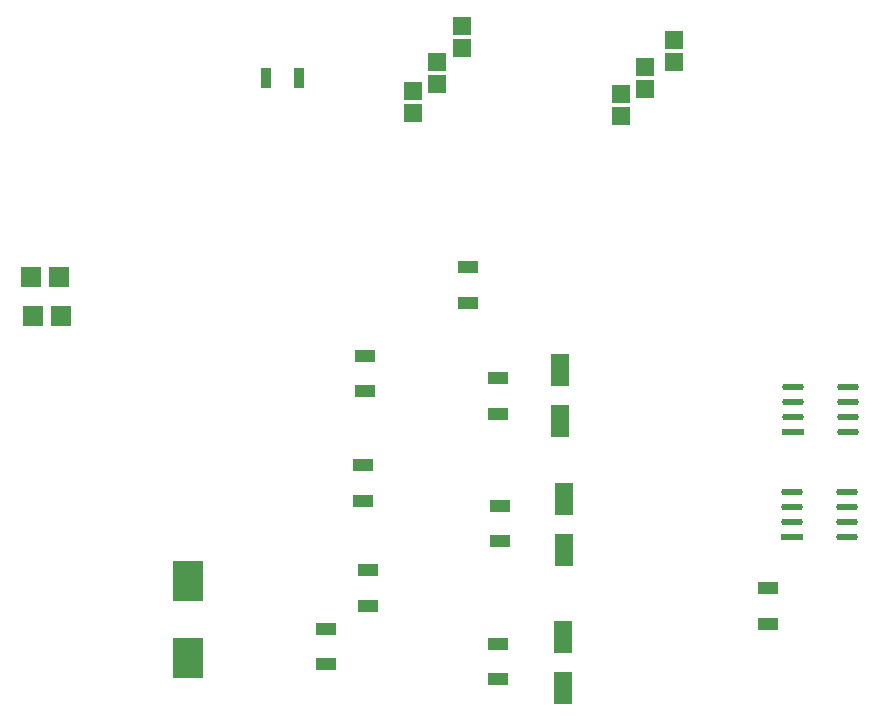
<source format=gbp>
G04*
G04 #@! TF.GenerationSoftware,Altium Limited,Altium Designer,21.2.2 (38)*
G04*
G04 Layer_Color=128*
%FSLAX25Y25*%
%MOIN*%
G70*
G04*
G04 #@! TF.SameCoordinates,0CC3C9D5-6B2F-423D-8AA3-22EEB0D6369A*
G04*
G04*
G04 #@! TF.FilePolarity,Positive*
G04*
G01*
G75*
%ADD18R,0.06905X0.07111*%
%ADD23R,0.03740X0.06693*%
%ADD86R,0.06299X0.11024*%
%ADD87R,0.07087X0.03937*%
%ADD88R,0.07378X0.02134*%
G04:AMPARAMS|DCode=89|XSize=73.78mil|YSize=21.34mil|CornerRadius=10.67mil|HoleSize=0mil|Usage=FLASHONLY|Rotation=0.000|XOffset=0mil|YOffset=0mil|HoleType=Round|Shape=RoundedRectangle|*
%AMROUNDEDRECTD89*
21,1,0.07378,0.00000,0,0,0.0*
21,1,0.05244,0.02134,0,0,0.0*
1,1,0.02134,0.02622,0.00000*
1,1,0.02134,-0.02622,0.00000*
1,1,0.02134,-0.02622,0.00000*
1,1,0.02134,0.02622,0.00000*
%
%ADD89ROUNDEDRECTD89*%
%ADD90R,0.06102X0.06102*%
%ADD91R,0.09843X0.13780*%
D18*
X283630Y141500D02*
D03*
X274370D02*
D03*
X283130Y154500D02*
D03*
X273870D02*
D03*
D23*
X351988Y221000D02*
D03*
X363012D02*
D03*
D86*
X451500Y80465D02*
D03*
Y63535D02*
D03*
X451000Y17535D02*
D03*
Y34465D02*
D03*
X450000Y106535D02*
D03*
Y123465D02*
D03*
D87*
X419500Y157905D02*
D03*
Y146095D02*
D03*
X519500Y39094D02*
D03*
Y50906D02*
D03*
X372000Y37405D02*
D03*
Y25594D02*
D03*
X385000Y116595D02*
D03*
Y128405D02*
D03*
X384500Y80094D02*
D03*
Y91905D02*
D03*
X386000Y45094D02*
D03*
Y56906D02*
D03*
X429500Y32405D02*
D03*
Y20595D02*
D03*
X430000Y78405D02*
D03*
Y66594D02*
D03*
X429500Y120905D02*
D03*
Y109095D02*
D03*
D88*
X527882Y103000D02*
D03*
X527382Y68000D02*
D03*
D89*
X527882Y108000D02*
D03*
Y113000D02*
D03*
Y118000D02*
D03*
X546118D02*
D03*
Y113000D02*
D03*
Y108000D02*
D03*
Y103000D02*
D03*
X527382Y73000D02*
D03*
Y78000D02*
D03*
Y83000D02*
D03*
X545618D02*
D03*
Y78000D02*
D03*
Y73000D02*
D03*
Y68000D02*
D03*
D90*
X409000Y226142D02*
D03*
Y218858D02*
D03*
X470500Y215642D02*
D03*
Y208358D02*
D03*
X478500Y224642D02*
D03*
Y217358D02*
D03*
X417500Y230858D02*
D03*
Y238142D02*
D03*
X401000Y209358D02*
D03*
Y216642D02*
D03*
X488000Y226358D02*
D03*
Y233642D02*
D03*
D91*
X326000Y53295D02*
D03*
Y27705D02*
D03*
M02*

</source>
